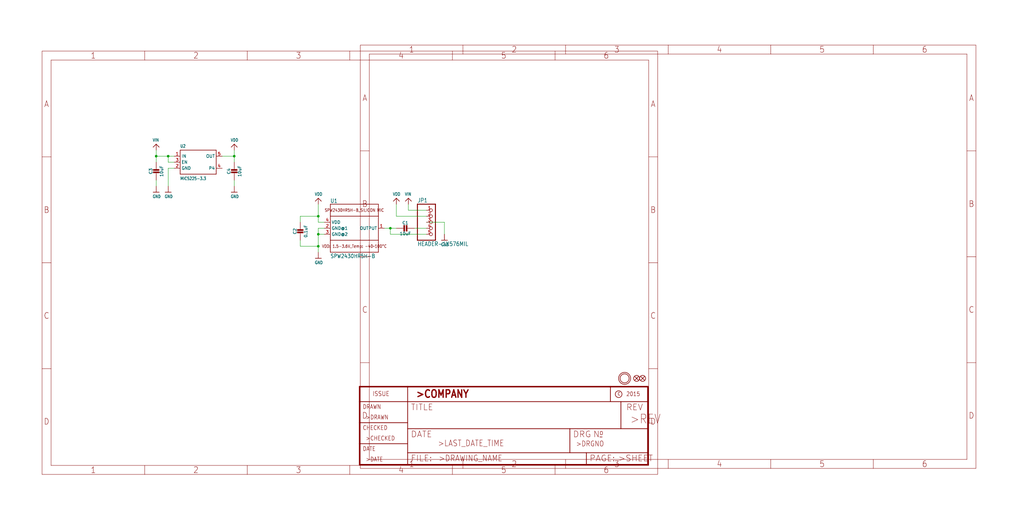
<source format=kicad_sch>
(kicad_sch (version 20211123) (generator eeschema)
  (paper "User" 433.07 220.421)
  (lib_symbols
    (symbol "eagleSchem-eagle-import:CAP_CERAMIC0805-NOOUTLINE"
      (property "Reference" "C" (at -2.29 1.25 90))
      (property "Value" "CAP_CERAMIC0805-NOOUTLINE" (at 2.3 1.25 90))
      (symbol "CAP_CERAMIC0805-NOOUTLINE_1_0"
        (rectangle (start -1.27 0.508) (end 1.27 1.016) (fill (type outline)))
        (rectangle (start -1.27 1.524) (end 1.27 2.032) (fill (type outline)))
        (polyline (pts (xy 0 0.762) (xy 0 0)) (stroke (width 0.1524)))
        (polyline (pts (xy 0 2.54) (xy 0 1.778)) (stroke (width 0.1524)))
        (pin passive line (at 0 5.08 270) (length 2.54) (name "1") (number "1"))
        (pin passive line (at 0 -2.54 90) (length 2.54) (name "2") (number "2"))
      )
    )
    (symbol "eagleSchem-eagle-import:FIDUCIAL{dblquote}{dblquote}"
      (symbol "FIDUCIAL{dblquote}{dblquote}_1_0"
        (polyline (pts (xy -0.762 0.762) (xy 0.762 -0.762)) (stroke (width 0.254)))
        (polyline (pts (xy 0.762 0.762) (xy -0.762 -0.762)) (stroke (width 0.254)))
        (circle (center 0 0) (radius 1.27) (stroke (width 0.254)))
      )
    )
    (symbol "eagleSchem-eagle-import:FRAME_A4"
      (symbol "FRAME_A4_0_0"
        (polyline (pts (xy 0 44.7675) (xy 3.81 44.7675)))
        (polyline (pts (xy 0 89.535) (xy 3.81 89.535)))
        (polyline (pts (xy 0 134.3025) (xy 3.81 134.3025)))
        (polyline (pts (xy 3.81 3.81) (xy 3.81 175.26)))
        (polyline (pts (xy 43.3917 0) (xy 43.3917 3.81)))
        (polyline (pts (xy 43.3917 175.26) (xy 43.3917 179.07)))
        (polyline (pts (xy 86.7833 0) (xy 86.7833 3.81)))
        (polyline (pts (xy 86.7833 175.26) (xy 86.7833 179.07)))
        (polyline (pts (xy 130.175 0) (xy 130.175 3.81)))
        (polyline (pts (xy 130.175 175.26) (xy 130.175 179.07)))
        (polyline (pts (xy 173.5667 0) (xy 173.5667 3.81)))
        (polyline (pts (xy 173.5667 175.26) (xy 173.5667 179.07)))
        (polyline (pts (xy 216.9583 0) (xy 216.9583 3.81)))
        (polyline (pts (xy 216.9583 175.26) (xy 216.9583 179.07)))
        (polyline (pts (xy 256.54 3.81) (xy 3.81 3.81)))
        (polyline (pts (xy 256.54 3.81) (xy 256.54 175.26)))
        (polyline (pts (xy 256.54 44.7675) (xy 260.35 44.7675)))
        (polyline (pts (xy 256.54 89.535) (xy 260.35 89.535)))
        (polyline (pts (xy 256.54 134.3025) (xy 260.35 134.3025)))
        (polyline (pts (xy 256.54 175.26) (xy 3.81 175.26)))
        (polyline (pts (xy 0 0) (xy 260.35 0) (xy 260.35 179.07) (xy 0 179.07) (xy 0 0)))
        (text "1" (at 21.6958 1.905 0) (effects (font (size 2.54 2.286))))
        (text "1" (at 21.6958 177.165 0) (effects (font (size 2.54 2.286))))
        (text "2" (at 65.0875 1.905 0) (effects (font (size 2.54 2.286))))
        (text "2" (at 65.0875 177.165 0) (effects (font (size 2.54 2.286))))
        (text "3" (at 108.4792 1.905 0) (effects (font (size 2.54 2.286))))
        (text "3" (at 108.4792 177.165 0) (effects (font (size 2.54 2.286))))
        (text "4" (at 151.8708 1.905 0) (effects (font (size 2.54 2.286))))
        (text "4" (at 151.8708 177.165 0) (effects (font (size 2.54 2.286))))
        (text "5" (at 195.2625 1.905 0) (effects (font (size 2.54 2.286))))
        (text "5" (at 195.2625 177.165 0) (effects (font (size 2.54 2.286))))
        (text "6" (at 238.6542 1.905 0) (effects (font (size 2.54 2.286))))
        (text "6" (at 238.6542 177.165 0) (effects (font (size 2.54 2.286))))
        (text "A" (at 1.905 156.6863 0) (effects (font (size 2.54 2.286))))
        (text "A" (at 258.445 156.6863 0) (effects (font (size 2.54 2.286))))
        (text "B" (at 1.905 111.9188 0) (effects (font (size 2.54 2.286))))
        (text "B" (at 258.445 111.9188 0) (effects (font (size 2.54 2.286))))
        (text "C" (at 1.905 67.1513 0) (effects (font (size 2.54 2.286))))
        (text "C" (at 258.445 67.1513 0) (effects (font (size 2.54 2.286))))
        (text "D" (at 1.905 22.3838 0) (effects (font (size 2.54 2.286))))
        (text "D" (at 258.445 22.3838 0) (effects (font (size 2.54 2.286))))
      )
      (symbol "FRAME_A4_1_0"
        (polyline (pts (xy 256.54 3.81) (xy 256.54 8.89)) (stroke (width 0.1016)))
        (polyline (pts (xy 256.54 8.89) (xy 256.54 13.97)) (stroke (width 0.1016)))
        (polyline (pts (xy 256.54 13.97) (xy 256.54 19.05)) (stroke (width 0.1016)))
        (polyline (pts (xy 256.54 19.05) (xy 256.54 36.83)) (stroke (width 0.1016)))
      )
      (symbol "FRAME_A4_2_0"
        (polyline (pts (xy -0.3048 1.5748) (xy 20.0152 1.5748)) (stroke (width 0.6096)))
        (polyline (pts (xy -0.3048 10.4648) (xy -0.3048 1.5748)) (stroke (width 0.6096)))
        (polyline (pts (xy -0.3048 10.4648) (xy 20.0152 10.4648)) (stroke (width 0.3048)))
        (polyline (pts (xy -0.3048 19.3548) (xy -0.3048 10.4648)) (stroke (width 0.6096)))
        (polyline (pts (xy -0.3048 19.3548) (xy 20.0152 19.3548)) (stroke (width 0.3048)))
        (polyline (pts (xy -0.3048 28.2448) (xy -0.3048 19.3548)) (stroke (width 0.6096)))
        (polyline (pts (xy -0.3048 28.2448) (xy 20.0152 28.2448)) (stroke (width 0.3048)))
        (polyline (pts (xy -0.3048 34.5948) (xy -0.3048 28.2448)) (stroke (width 0.6096)))
        (polyline (pts (xy 20.0152 1.5748) (xy 20.0152 6.6548)) (stroke (width 0.3048)))
        (polyline (pts (xy 20.0152 1.5748) (xy 95.5802 1.5748)) (stroke (width 0.6096)))
        (polyline (pts (xy 20.0152 6.6548) (xy 20.0152 10.4648)) (stroke (width 0.3048)))
        (polyline (pts (xy 20.0152 6.6548) (xy 88.5952 6.6548)) (stroke (width 0.3048)))
        (polyline (pts (xy 20.0152 10.4648) (xy 20.0152 16.8148)) (stroke (width 0.3048)))
        (polyline (pts (xy 20.0152 16.8148) (xy 20.0152 19.3548)) (stroke (width 0.3048)))
        (polyline (pts (xy 20.0152 19.3548) (xy 20.0152 28.2448)) (stroke (width 0.3048)))
        (polyline (pts (xy 20.0152 28.2448) (xy 20.0152 34.5948)) (stroke (width 0.3048)))
        (polyline (pts (xy 20.0152 28.2448) (xy 105.7402 28.2448)) (stroke (width 0.3048)))
        (polyline (pts (xy 20.0152 34.5948) (xy -0.3048 34.5948)) (stroke (width 0.6096)))
        (polyline (pts (xy 88.5952 6.6548) (xy 95.5802 6.6548)) (stroke (width 0.3048)))
        (polyline (pts (xy 88.5952 16.8148) (xy 20.0152 16.8148)) (stroke (width 0.3048)))
        (polyline (pts (xy 88.5952 16.8148) (xy 88.5952 6.6548)) (stroke (width 0.3048)))
        (polyline (pts (xy 95.5802 1.5748) (xy 121.6152 1.5748)) (stroke (width 0.6096)))
        (polyline (pts (xy 95.5802 6.6548) (xy 95.5802 1.5748)) (stroke (width 0.3048)))
        (polyline (pts (xy 95.5802 6.6548) (xy 121.6152 6.6548)) (stroke (width 0.3048)))
        (polyline (pts (xy 101.2952 13.3223) (xy 102.2477 13.3223)) (stroke (width 0.254)))
        (polyline (pts (xy 105.7402 28.2448) (xy 105.7402 34.5948)) (stroke (width 0.3048)))
        (polyline (pts (xy 105.7402 28.2448) (xy 110.1852 28.2448)) (stroke (width 0.3048)))
        (polyline (pts (xy 105.7402 34.5948) (xy 20.0152 34.5948)) (stroke (width 0.6096)))
        (polyline (pts (xy 110.1852 16.8148) (xy 88.5952 16.8148)) (stroke (width 0.3048)))
        (polyline (pts (xy 110.1852 28.2448) (xy 110.1852 16.8148)) (stroke (width 0.3048)))
        (polyline (pts (xy 110.1852 28.2448) (xy 121.6152 28.2448)) (stroke (width 0.3048)))
        (polyline (pts (xy 121.6152 6.6548) (xy 121.6152 1.5748)) (stroke (width 0.6096)))
        (polyline (pts (xy 121.6152 16.8148) (xy 110.1852 16.8148)) (stroke (width 0.3048)))
        (polyline (pts (xy 121.6152 16.8148) (xy 121.6152 6.6548)) (stroke (width 0.6096)))
        (polyline (pts (xy 121.6152 28.2448) (xy 121.6152 16.8148)) (stroke (width 0.6096)))
        (polyline (pts (xy 121.6152 34.5948) (xy 105.7402 34.5948)) (stroke (width 0.6096)))
        (polyline (pts (xy 121.6152 34.5948) (xy 121.6152 28.2448)) (stroke (width 0.6096)))
        (circle (center 109.2327 31.4198) (radius 1.4199) (stroke (width 0.254)))
        (text "2015" (at 112.4077 30.4673 0) (effects (font (size 1.778 1.5113)) (justify left bottom)))
        (text ">CHECKED" (at 2.2352 11.7348 0) (effects (font (size 1.778 1.5113)) (justify left bottom)))
        (text ">COMPANY" (at 23.349 29.6735 0) (effects (font (size 3.175 2.6987) (thickness 0.5397) bold) (justify left bottom)))
        (text ">DATE" (at 2.2352 2.8448 0) (effects (font (size 1.778 1.5113)) (justify left bottom)))
        (text ">DRAWING_NAME" (at 33.0327 2.8448 0) (effects (font (size 2.54 2.159)) (justify left bottom)))
        (text ">DRAWN" (at 2.2352 20.6248 0) (effects (font (size 1.778 1.5113)) (justify left bottom)))
        (text ">DRGNO" (at 91.1352 9.1948 0) (effects (font (size 2.1844 1.8567)) (justify left bottom)))
        (text ">LAST_DATE_TIME" (at 32.7152 9.1948 0) (effects (font (size 2.54 2.159)) (justify left bottom)))
        (text ">REV" (at 113.9952 18.7198 0) (effects (font (size 3.81 3.2385)) (justify left bottom)))
        (text ">SHEET" (at 108.9152 2.8448 0) (effects (font (size 2.54 2.54)) (justify left bottom)))
        (text "C" (at 108.7564 30.7848 0) (effects (font (size 1.27 1.0795)) (justify left bottom)))
        (text "CHECKED" (at 0.9652 16.1798 0) (effects (font (size 1.778 1.5113)) (justify left bottom)))
        (text "DATE" (at 0.9652 7.2898 0) (effects (font (size 1.778 1.5113)) (justify left bottom)))
        (text "DATE" (at 21.2852 13.0048 0) (effects (font (size 2.54 2.54)) (justify left bottom)))
        (text "DRAWN" (at 0.9652 25.0698 0) (effects (font (size 1.778 1.5113)) (justify left bottom)))
        (text "DRG" (at 89.8652 13.0048 0) (effects (font (size 2.54 2.54)) (justify left bottom)))
        (text "FILE:" (at 21.2852 2.8448 0) (effects (font (size 2.54 2.54)) (justify left bottom)))
        (text "ISSUE" (at 5.0927 30.4673 0) (effects (font (size 1.9304 1.6408)) (justify left bottom)))
        (text "N" (at 98.4377 13.0048 0) (effects (font (size 2.54 2.54)) (justify left bottom)))
        (text "o" (at 100.9777 13.9573 0) (effects (font (size 2.1844 1.8567)) (justify left bottom)))
        (text "PAGE:" (at 96.8502 2.8448 0) (effects (font (size 2.54 2.54)) (justify left bottom)))
        (text "REV" (at 112.4077 24.4348 0) (effects (font (size 2.54 2.54)) (justify left bottom)))
        (text "TITLE" (at 21.2852 24.4348 0) (effects (font (size 2.54 2.54)) (justify left bottom)))
      )
    )
    (symbol "eagleSchem-eagle-import:GND" (power)
      (property "Value" "GND" (at -1.524 -2.54 0))
      (symbol "GND_1_0"
        (polyline (pts (xy -1.27 0) (xy 1.27 0)) (stroke (width 0.254)))
        (pin power_in line (at 0 2.54 270) (length 2.54) (name "GND") (number "1"))
      )
    )
    (symbol "eagleSchem-eagle-import:HEADER-1X576MIL"
      (property "Reference" "JP" (at -6.35 8.255 0))
      (property "Value" "HEADER-1X576MIL" (at -6.35 -10.16 0))
      (symbol "HEADER-1X576MIL_1_0"
        (polyline (pts (xy -6.35 -7.62) (xy 1.27 -7.62)) (stroke (width 0.4064)))
        (polyline (pts (xy -6.35 7.62) (xy -6.35 -7.62)) (stroke (width 0.4064)))
        (polyline (pts (xy 1.27 -7.62) (xy 1.27 7.62)) (stroke (width 0.4064)))
        (polyline (pts (xy 1.27 7.62) (xy -6.35 7.62)) (stroke (width 0.4064)))
        (pin passive inverted (at -2.54 5.08 0) (length 2.54) (name "1") (number "1"))
        (pin passive inverted (at -2.54 2.54 0) (length 2.54) (name "2") (number "2"))
        (pin passive inverted (at -2.54 0 0) (length 2.54) (name "3") (number "3"))
        (pin passive inverted (at -2.54 -2.54 0) (length 2.54) (name "4") (number "4"))
        (pin passive inverted (at -2.54 -5.08 0) (length 2.54) (name "5") (number "5"))
      )
    )
    (symbol "eagleSchem-eagle-import:MOUNTINGHOLE2.5"
      (symbol "MOUNTINGHOLE2.5_1_0"
        (circle (center 0 0) (radius 1.905) (stroke (width 0.254)))
        (circle (center 0 0) (radius 2.54) (stroke (width 0.254)))
      )
    )
    (symbol "eagleSchem-eagle-import:SPW2430HR5H-B"
      (property "Reference" "U" (at -10.16 10.668 0))
      (property "Value" "SPW2430HR5H-B" (at -10.16 -12.7 0))
      (symbol "SPW2430HR5H-B_1_0"
        (polyline (pts (xy -10.16 -10.16) (xy 10.16 -10.16)) (stroke (width 0.254)))
        (polyline (pts (xy -10.16 -5.08) (xy -10.16 -10.16)) (stroke (width 0.254)))
        (polyline (pts (xy -10.16 -5.08) (xy -10.16 5.08)) (stroke (width 0.254)))
        (polyline (pts (xy -10.16 5.08) (xy -10.16 10.16)) (stroke (width 0.254)))
        (polyline (pts (xy -10.16 5.08) (xy 10.16 5.08)) (stroke (width 0.254)))
        (polyline (pts (xy -10.16 10.16) (xy 10.16 10.16)) (stroke (width 0.254)))
        (polyline (pts (xy 10.16 -10.16) (xy 10.16 -5.08)) (stroke (width 0.254)))
        (polyline (pts (xy 10.16 -5.08) (xy -10.16 -5.08)) (stroke (width 0.254)))
        (polyline (pts (xy 10.16 5.08) (xy 10.16 -5.08)) (stroke (width 0.254)))
        (polyline (pts (xy 10.16 10.16) (xy 10.16 5.08)) (stroke (width 0.254)))
        (text "SPW2430HR5H-B_SILICON MIC" (at 0 7.62 0) (effects (font (size 1.27 1.0795))))
        (text "VDD: 1.5-3.6V_Temp: -40~100°C" (at 0 -7.62 0) (effects (font (size 1.27 1.0795))))
        (pin output line (at 12.7 0 180) (length 2.54) (name "OUTPUT") (number "1"))
        (pin power_in line (at -12.7 0 0) (length 2.54) (name "GND@1") (number "2"))
        (pin power_in line (at -12.7 -2.54 0) (length 2.54) (name "GND@2") (number "3"))
        (pin power_in line (at -12.7 2.54 0) (length 2.54) (name "VDD") (number "4"))
      )
    )
    (symbol "eagleSchem-eagle-import:VDD" (power)
      (property "Value" "VDD" (at -1.524 1.016 0))
      (symbol "VDD_1_0"
        (polyline (pts (xy -1.27 -1.27) (xy 0 0)) (stroke (width 0.254)))
        (polyline (pts (xy 0 0) (xy 1.27 -1.27)) (stroke (width 0.254)))
        (pin power_in line (at 0 -2.54 90) (length 2.54) (name "VDD") (number "1"))
      )
    )
    (symbol "eagleSchem-eagle-import:VIN" (power)
      (property "Value" "VIN" (at -1.524 1.016 0))
      (symbol "VIN_1_0"
        (polyline (pts (xy -1.27 -1.27) (xy 0 0)) (stroke (width 0.254)))
        (polyline (pts (xy 0 0) (xy 1.27 -1.27)) (stroke (width 0.254)))
        (pin power_in line (at 0 -2.54 90) (length 2.54) (name "VIN") (number "1"))
      )
    )
    (symbol "eagleSchem-eagle-import:VREG_SOT23-5"
      (property "Reference" "U" (at -7.62 6.096 0))
      (property "Value" "VREG_SOT23-5" (at -7.62 -7.62 0))
      (symbol "VREG_SOT23-5_1_0"
        (polyline (pts (xy -7.62 -5.08) (xy -7.62 5.08)) (stroke (width 0.254)))
        (polyline (pts (xy -7.62 5.08) (xy 7.62 5.08)) (stroke (width 0.254)))
        (polyline (pts (xy 7.62 -5.08) (xy -7.62 -5.08)) (stroke (width 0.254)))
        (polyline (pts (xy 7.62 5.08) (xy 7.62 -5.08)) (stroke (width 0.254)))
        (pin power_in line (at -10.16 2.54 0) (length 2.54) (name "IN") (number "1"))
        (pin power_in line (at -10.16 -2.54 0) (length 2.54) (name "GND") (number "2"))
        (pin input line (at -10.16 0 0) (length 2.54) (name "EN") (number "3"))
        (pin bidirectional line (at 10.16 -2.54 180) (length 2.54) (name "P4") (number "4"))
        (pin power_in line (at 10.16 2.54 180) (length 2.54) (name "OUT") (number "5"))
      )
    )
  )
  (junction (at 134.62 104.14))
  (junction (at 134.62 99.06))
  (junction (at 134.62 91.44))
  (junction (at 66.04 66.04))
  (junction (at 99.06 66.04))
  (junction (at 165.1 96.52))
  (junction (at 71.12 66.04))
  (wire (pts (xy 165.1 96.52) (xy 167.64 96.52)))
  (wire (pts (xy 180.34 91.44) (xy 167.64 91.44)))
  (wire (pts (xy 162.56 96.52) (xy 165.1 96.52)))
  (wire (pts (xy 137.16 93.98) (xy 134.62 93.98)))
  (wire (pts (xy 167.64 91.44) (xy 167.64 86.36)))
  (wire (pts (xy 66.04 76.2) (xy 66.04 78.74)))
  (wire (pts (xy 134.62 93.98) (xy 134.62 91.44)))
  (wire (pts (xy 180.34 88.9) (xy 172.72 88.9)))
  (wire (pts (xy 99.06 66.04) (xy 99.06 68.58)))
  (wire (pts (xy 187.96 93.98) (xy 187.96 99.06)))
  (wire (pts (xy 73.66 66.04) (xy 71.12 66.04)))
  (wire (pts (xy 172.72 88.9) (xy 172.72 86.36)))
  (wire (pts (xy 71.12 66.04) (xy 66.04 66.04)))
  (wire (pts (xy 71.12 71.12) (xy 71.12 78.74)))
  (wire (pts (xy 99.06 66.04) (xy 99.06 63.5)))
  (wire (pts (xy 99.06 76.2) (xy 99.06 78.74)))
  (wire (pts (xy 127 91.44) (xy 127 93.98)))
  (wire (pts (xy 93.98 66.04) (xy 99.06 66.04)))
  (wire (pts (xy 66.04 66.04) (xy 66.04 68.58)))
  (wire (pts (xy 134.62 91.44) (xy 127 91.44)))
  (wire (pts (xy 165.1 99.06) (xy 165.1 96.52)))
  (wire (pts (xy 134.62 96.52) (xy 134.62 99.06)))
  (wire (pts (xy 180.34 99.06) (xy 165.1 99.06)))
  (wire (pts (xy 127 104.14) (xy 127 101.6)))
  (wire (pts (xy 71.12 68.58) (xy 71.12 66.04)))
  (wire (pts (xy 137.16 99.06) (xy 134.62 99.06)))
  (wire (pts (xy 175.26 96.52) (xy 180.34 96.52)))
  (wire (pts (xy 134.62 104.14) (xy 127 104.14)))
  (wire (pts (xy 134.62 99.06) (xy 134.62 104.14)))
  (wire (pts (xy 73.66 68.58) (xy 71.12 68.58)))
  (wire (pts (xy 137.16 96.52) (xy 134.62 96.52)))
  (wire (pts (xy 134.62 91.44) (xy 134.62 86.36)))
  (wire (pts (xy 134.62 104.14) (xy 134.62 106.68)))
  (wire (pts (xy 180.34 93.98) (xy 187.96 93.98)))
  (wire (pts (xy 73.66 71.12) (xy 71.12 71.12)))
  (wire (pts (xy 66.04 66.04) (xy 66.04 63.5)))
  (symbol (lib_id "eagleSchem-eagle-import:CAP_CERAMIC0805-NOOUTLINE") (at 99.06 73.66 0) (unit 1)
    (property "Reference" "C4" (at 96.77 72.41 90))
    (property "Value" "10uF" (at 101.36 72.41 90))
    (property "Footprint" "eagleSchem:0805-NO" (effects hide))
  )
  (symbol (lib_id "eagleSchem-eagle-import:CAP_CERAMIC0805-NOOUTLINE") (at 127 99.06 0) (unit 1)
    (property "Reference" "C2" (at 124.71 97.81 90))
    (property "Value" "0.1uF" (at 129.3 97.81 90))
    (property "Footprint" "eagleSchem:0805-NO" (effects hide))
  )
  (symbol (lib_id "eagleSchem-eagle-import:GND") (at 66.04 81.28 0) (unit 1)
    (property "Reference" "#U$6" (effects hide))
    (property "Value" "GND" (at 64.516 83.82 0) (effects (font (size 1.27 1.0795)) (justify left bottom)))
    (property "Footprint" "eagleSchem:" (effects hide))
  )
  (symbol (lib_id "eagleSchem-eagle-import:VDD") (at 99.06 60.96 0) (unit 1)
    (property "Reference" "#U$8" (effects hide))
    (property "Value" "VDD" (at 97.536 59.944 0) (effects (font (size 1.27 1.0795)) (justify left bottom)))
    (property "Footprint" "eagleSchem:" (effects hide))
  )
  (symbol (lib_id "eagleSchem-eagle-import:FIDUCIAL{dblquote}{dblquote}") (at 269.24 160.02 0) (unit 1)
    (property "Reference" "FID2" (effects hide))
    (property "Value" "FIDUCIAL{dblquote}{dblquote}" (effects hide))
    (property "Footprint" "eagleSchem:FIDUCIAL_1MM" (effects hide))
  )
  (symbol (lib_id "eagleSchem-eagle-import:CAP_CERAMIC0805-NOOUTLINE") (at 170.18 96.52 270) (unit 1)
    (property "Reference" "C1" (at 171.43 94.23 90))
    (property "Value" "10uF" (at 171.43 98.82 90))
    (property "Footprint" "eagleSchem:0805-NO" (effects hide))
  )
  (symbol (lib_id "eagleSchem-eagle-import:FRAME_A4") (at 152.4 198.12 0) (unit 2)
    (property "Reference" "#FRAME1" (effects hide))
    (property "Value" "FRAME_A4" (effects hide))
    (property "Footprint" "eagleSchem:" (effects hide))
  )
  (symbol (lib_id "eagleSchem-eagle-import:CAP_CERAMIC0805-NOOUTLINE") (at 66.04 73.66 0) (unit 1)
    (property "Reference" "C3" (at 63.75 72.41 90))
    (property "Value" "10uF" (at 68.34 72.41 90))
    (property "Footprint" "eagleSchem:0805-NO" (effects hide))
  )
  (symbol (lib_id "eagleSchem-eagle-import:HEADER-1X576MIL") (at 182.88 93.98 0) (unit 1)
    (property "Reference" "JP1" (at 176.53 85.725 0) (effects (font (size 1.778 1.5113)) (justify left bottom)))
    (property "Value" "HEADER-1X576MIL" (at 176.53 104.14 0) (effects (font (size 1.778 1.5113)) (justify left bottom)))
    (property "Footprint" "eagleSchem:1X05_ROUND_76" (effects hide))
  )
  (symbol (lib_id "eagleSchem-eagle-import:GND") (at 71.12 81.28 0) (unit 1)
    (property "Reference" "#U$9" (effects hide))
    (property "Value" "GND" (at 69.596 83.82 0) (effects (font (size 1.27 1.0795)) (justify left bottom)))
    (property "Footprint" "eagleSchem:" (effects hide))
  )
  (symbol (lib_id "eagleSchem-eagle-import:VIN") (at 66.04 60.96 0) (unit 1)
    (property "Reference" "#U$10" (effects hide))
    (property "Value" "VIN" (at 64.516 59.944 0) (effects (font (size 1.27 1.0795)) (justify left bottom)))
    (property "Footprint" "eagleSchem:" (effects hide))
  )
  (symbol (lib_id "eagleSchem-eagle-import:GND") (at 187.96 101.6 0) (unit 1)
    (property "Reference" "#U$4" (effects hide))
    (property "Value" "GND" (at 186.436 104.14 0) (effects (font (size 1.27 1.0795)) (justify left bottom)))
    (property "Footprint" "eagleSchem:" (effects hide))
  )
  (symbol (lib_id "eagleSchem-eagle-import:VDD") (at 134.62 83.82 0) (unit 1)
    (property "Reference" "#U$2" (effects hide))
    (property "Value" "VDD" (at 133.096 82.804 0) (effects (font (size 1.27 1.0795)) (justify left bottom)))
    (property "Footprint" "eagleSchem:" (effects hide))
  )
  (symbol (lib_id "eagleSchem-eagle-import:FRAME_A4") (at 17.78 200.66 0) (unit 1)
    (property "Reference" "#FRAME1" (effects hide))
    (property "Value" "FRAME_A4" (effects hide))
    (property "Footprint" "eagleSchem:" (effects hide))
  )
  (symbol (lib_id "eagleSchem-eagle-import:GND") (at 134.62 109.22 0) (unit 1)
    (property "Reference" "#U$1" (effects hide))
    (property "Value" "GND" (at 133.096 111.76 0) (effects (font (size 1.27 1.0795)) (justify left bottom)))
    (property "Footprint" "eagleSchem:" (effects hide))
  )
  (symbol (lib_id "eagleSchem-eagle-import:SPW2430HR5H-B") (at 149.86 96.52 0) (unit 1)
    (property "Reference" "U1" (at 139.7 85.852 0) (effects (font (size 1.6764 1.4249)) (justify left bottom)))
    (property "Value" "SPW2430HR5H-B" (at 139.7 109.22 0) (effects (font (size 1.6764 1.4249)) (justify left bottom)))
    (property "Footprint" "eagleSchem:SPW2430HR5H-B" (effects hide))
  )
  (symbol (lib_id "eagleSchem-eagle-import:MOUNTINGHOLE2.5") (at 264.16 160.02 0) (unit 1)
    (property "Reference" "U$12" (effects hide))
    (property "Value" "MOUNTINGHOLE2.5" (effects hide))
    (property "Footprint" "eagleSchem:MOUNTINGHOLE_2.5_PLATED" (effects hide))
  )
  (symbol (lib_id "eagleSchem-eagle-import:VDD") (at 167.64 83.82 0) (unit 1)
    (property "Reference" "#U$3" (effects hide))
    (property "Value" "VDD" (at 166.116 82.804 0) (effects (font (size 1.27 1.0795)) (justify left bottom)))
    (property "Footprint" "eagleSchem:" (effects hide))
  )
  (symbol (lib_id "eagleSchem-eagle-import:VREG_SOT23-5") (at 83.82 68.58 0) (unit 1)
    (property "Reference" "U2" (at 76.2 62.484 0) (effects (font (size 1.27 1.0795)) (justify left bottom)))
    (property "Value" "MIC5225-3.3" (at 76.2 76.2 0) (effects (font (size 1.27 1.0795)) (justify left bottom)))
    (property "Footprint" "eagleSchem:SOT23-5" (effects hide))
  )
  (symbol (lib_id "eagleSchem-eagle-import:VIN") (at 172.72 83.82 0) (unit 1)
    (property "Reference" "#U$11" (effects hide))
    (property "Value" "VIN" (at 171.196 82.804 0) (effects (font (size 1.27 1.0795)) (justify left bottom)))
    (property "Footprint" "eagleSchem:" (effects hide))
  )
  (symbol (lib_id "eagleSchem-eagle-import:FIDUCIAL{dblquote}{dblquote}") (at 271.78 160.02 0) (unit 1)
    (property "Reference" "FID1" (effects hide))
    (property "Value" "FIDUCIAL{dblquote}{dblquote}" (effects hide))
    (property "Footprint" "eagleSchem:FIDUCIAL_1MM" (effects hide))
  )
  (symbol (lib_id "eagleSchem-eagle-import:GND") (at 99.06 81.28 0) (unit 1)
    (property "Reference" "#U$7" (effects hide))
    (property "Value" "GND" (at 97.536 83.82 0) (effects (font (size 1.27 1.0795)) (justify left bottom)))
    (property "Footprint" "eagleSchem:" (effects hide))
  )
)
</source>
